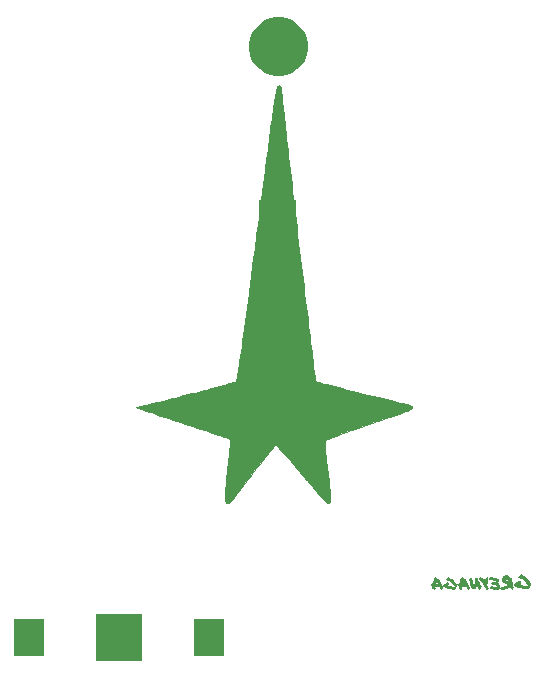
<source format=gbr>
G04 #@! TF.GenerationSoftware,KiCad,Pcbnew,5.1.4-e60b266~84~ubuntu18.04.1*
G04 #@! TF.CreationDate,2019-09-14T19:57:04-06:00*
G04 #@! TF.ProjectId,001,3030312e-6b69-4636-9164-5f7063625858,1*
G04 #@! TF.SameCoordinates,Original*
G04 #@! TF.FileFunction,Soldermask,Bot*
G04 #@! TF.FilePolarity,Negative*
%FSLAX46Y46*%
G04 Gerber Fmt 4.6, Leading zero omitted, Abs format (unit mm)*
G04 Created by KiCad (PCBNEW 5.1.4-e60b266~84~ubuntu18.04.1) date 2019-09-14 19:57:04*
%MOMM*%
%LPD*%
G04 APERTURE LIST*
%ADD10C,0.010000*%
%ADD11C,0.152400*%
G04 APERTURE END LIST*
D10*
G36*
X138195763Y-51806599D02*
G01*
X138197958Y-51808405D01*
X138218602Y-51830033D01*
X138235998Y-51860602D01*
X138251074Y-51905056D01*
X138264757Y-51968340D01*
X138277977Y-52055396D01*
X138291661Y-52171170D01*
X138306737Y-52320606D01*
X138319198Y-52454259D01*
X138332810Y-52597209D01*
X138350927Y-52777462D01*
X138373374Y-52993534D01*
X138399977Y-53243942D01*
X138430561Y-53527202D01*
X138464952Y-53841829D01*
X138502975Y-54186340D01*
X138544456Y-54559250D01*
X138589221Y-54959077D01*
X138637095Y-55384335D01*
X138687904Y-55833541D01*
X138741473Y-56305212D01*
X138797628Y-56797862D01*
X138856194Y-57310008D01*
X138916996Y-57840167D01*
X138979862Y-58386854D01*
X139044615Y-58948586D01*
X139111082Y-59523878D01*
X139179088Y-60111246D01*
X139248458Y-60709207D01*
X139319019Y-61316276D01*
X139390595Y-61930970D01*
X139463013Y-62551805D01*
X139536098Y-63177297D01*
X139609675Y-63805962D01*
X139683570Y-64436315D01*
X139757608Y-65066874D01*
X139831616Y-65696154D01*
X139905418Y-66322670D01*
X139978840Y-66944940D01*
X140051708Y-67561480D01*
X140123847Y-68170804D01*
X140195083Y-68771431D01*
X140265242Y-69361874D01*
X140334148Y-69940651D01*
X140401628Y-70506278D01*
X140467507Y-71057270D01*
X140531610Y-71592144D01*
X140593764Y-72109416D01*
X140653793Y-72607602D01*
X140711524Y-73085218D01*
X140766781Y-73540780D01*
X140819391Y-73972803D01*
X140869178Y-74379805D01*
X140915969Y-74760301D01*
X140959589Y-75112808D01*
X140999864Y-75435841D01*
X141036619Y-75727916D01*
X141069679Y-75987549D01*
X141098871Y-76213258D01*
X141124019Y-76403556D01*
X141144949Y-76556962D01*
X141161488Y-76671990D01*
X141173460Y-76747157D01*
X141177534Y-76768644D01*
X141187916Y-76798234D01*
X141210140Y-76821048D01*
X141252792Y-76842180D01*
X141324459Y-76866723D01*
X141362779Y-76878516D01*
X141501397Y-76919070D01*
X141679464Y-76968703D01*
X141895182Y-77026958D01*
X142146754Y-77093380D01*
X142432384Y-77167515D01*
X142750272Y-77248907D01*
X143098623Y-77337100D01*
X143475639Y-77431640D01*
X143879522Y-77532070D01*
X144308476Y-77637937D01*
X144760703Y-77748784D01*
X145234406Y-77864156D01*
X145673986Y-77970607D01*
X146087358Y-78070642D01*
X146483714Y-78166938D01*
X146861198Y-78259031D01*
X147217954Y-78346457D01*
X147552125Y-78428751D01*
X147861855Y-78505449D01*
X148145288Y-78576086D01*
X148400567Y-78640198D01*
X148625835Y-78697321D01*
X148819237Y-78746991D01*
X148978917Y-78788742D01*
X149103017Y-78822111D01*
X149189681Y-78846633D01*
X149237054Y-78861844D01*
X149237610Y-78862059D01*
X149324187Y-78902546D01*
X149375077Y-78945636D01*
X149396733Y-78997971D01*
X149398646Y-79027763D01*
X149396270Y-79061184D01*
X149387490Y-79090725D01*
X149368484Y-79118452D01*
X149335428Y-79146431D01*
X149284502Y-79176725D01*
X149211881Y-79211400D01*
X149113745Y-79252522D01*
X148986270Y-79302156D01*
X148825634Y-79362366D01*
X148679547Y-79416276D01*
X148478137Y-79489848D01*
X148258582Y-79569049D01*
X148018137Y-79654841D01*
X147754060Y-79748187D01*
X147463608Y-79850048D01*
X147144036Y-79961386D01*
X146792602Y-80083163D01*
X146406562Y-80216342D01*
X145983173Y-80361884D01*
X145970320Y-80366295D01*
X145480467Y-80534914D01*
X145019171Y-80694716D01*
X144587302Y-80845383D01*
X144185728Y-80986596D01*
X143815319Y-81118035D01*
X143476943Y-81239383D01*
X143171471Y-81350318D01*
X142899770Y-81450523D01*
X142662710Y-81539678D01*
X142461160Y-81617465D01*
X142295989Y-81683563D01*
X142168067Y-81737655D01*
X142078262Y-81779420D01*
X142027444Y-81808541D01*
X142017445Y-81817541D01*
X142004099Y-81858495D01*
X141995535Y-81937049D01*
X141991726Y-82048745D01*
X141992642Y-82189125D01*
X141998254Y-82353730D01*
X142008533Y-82538102D01*
X142023401Y-82737191D01*
X142034897Y-82871765D01*
X142046340Y-82998620D01*
X142058331Y-83123022D01*
X142071474Y-83250237D01*
X142086371Y-83385531D01*
X142103626Y-83534168D01*
X142123841Y-83701415D01*
X142147620Y-83892538D01*
X142175564Y-84112801D01*
X142208279Y-84367470D01*
X142224110Y-84490009D01*
X142271492Y-84859953D01*
X142312918Y-85191514D01*
X142348778Y-85488164D01*
X142379461Y-85753374D01*
X142405355Y-85990617D01*
X142426849Y-86203364D01*
X142444331Y-86395087D01*
X142458191Y-86569259D01*
X142460460Y-86600832D01*
X142469573Y-86735756D01*
X142474966Y-86835632D01*
X142476494Y-86907595D01*
X142474012Y-86958780D01*
X142467375Y-86996323D01*
X142456438Y-87027357D01*
X142451590Y-87037954D01*
X142418726Y-87089414D01*
X142373206Y-87115622D01*
X142332575Y-87124765D01*
X142267850Y-87128892D01*
X142215565Y-87120842D01*
X142208160Y-87117623D01*
X142165506Y-87085882D01*
X142097800Y-87023640D01*
X142006962Y-86933021D01*
X141894913Y-86816152D01*
X141763573Y-86675159D01*
X141614862Y-86512165D01*
X141450703Y-86329299D01*
X141273014Y-86128684D01*
X141083718Y-85912448D01*
X140884733Y-85682714D01*
X140677982Y-85441610D01*
X140465384Y-85191261D01*
X140433480Y-85153483D01*
X140215236Y-84894925D01*
X140021906Y-84666030D01*
X139851153Y-84464068D01*
X139700643Y-84286303D01*
X139568037Y-84130004D01*
X139451001Y-83992439D01*
X139347199Y-83870873D01*
X139254293Y-83762575D01*
X139169948Y-83664812D01*
X139091828Y-83574851D01*
X139017597Y-83489959D01*
X138944917Y-83407404D01*
X138871455Y-83324452D01*
X138830270Y-83278120D01*
X138712793Y-83147499D01*
X138589277Y-83012661D01*
X138463228Y-82877209D01*
X138338151Y-82744750D01*
X138217553Y-82618888D01*
X138104938Y-82503229D01*
X138003812Y-82401377D01*
X137917683Y-82316938D01*
X137850054Y-82253516D01*
X137804432Y-82214718D01*
X137785548Y-82203792D01*
X137765530Y-82219833D01*
X137724019Y-82264504D01*
X137665267Y-82332828D01*
X137593524Y-82419829D01*
X137513043Y-82520531D01*
X137491505Y-82547967D01*
X137408228Y-82653782D01*
X137331771Y-82749695D01*
X137266671Y-82830113D01*
X137217467Y-82889441D01*
X137188695Y-82922084D01*
X137185656Y-82925041D01*
X137169101Y-82944801D01*
X137128637Y-82995276D01*
X137066364Y-83073779D01*
X136984381Y-83177623D01*
X136884789Y-83304123D01*
X136769687Y-83450591D01*
X136641175Y-83614342D01*
X136501353Y-83792688D01*
X136352320Y-83982943D01*
X136196177Y-84182421D01*
X136035024Y-84388434D01*
X135870960Y-84598297D01*
X135706084Y-84809323D01*
X135542498Y-85018825D01*
X135382300Y-85224117D01*
X135227591Y-85422512D01*
X135080471Y-85611324D01*
X134943038Y-85787866D01*
X134817394Y-85949452D01*
X134705637Y-86093395D01*
X134609869Y-86217008D01*
X134532187Y-86317605D01*
X134474693Y-86392500D01*
X134448666Y-86426759D01*
X134308466Y-86611750D01*
X134191437Y-86763931D01*
X134096225Y-86884997D01*
X134021473Y-86976641D01*
X133965827Y-87040558D01*
X133927931Y-87078443D01*
X133926187Y-87079929D01*
X133844350Y-87125591D01*
X133758559Y-87133017D01*
X133677998Y-87101740D01*
X133666290Y-87093178D01*
X133617865Y-87038769D01*
X133581505Y-86959337D01*
X133556725Y-86851687D01*
X133543042Y-86712627D01*
X133539975Y-86538962D01*
X133547040Y-86327499D01*
X133547948Y-86310342D01*
X133559285Y-86119980D01*
X133573529Y-85916060D01*
X133590989Y-85695385D01*
X133611974Y-85454763D01*
X133636795Y-85190996D01*
X133665759Y-84900891D01*
X133699177Y-84581252D01*
X133737357Y-84228884D01*
X133780609Y-83840593D01*
X133823480Y-83463426D01*
X133860176Y-83133363D01*
X133889937Y-82844194D01*
X133912838Y-82595061D01*
X133928957Y-82385109D01*
X133938369Y-82213482D01*
X133940111Y-82161676D01*
X133943332Y-82011831D01*
X133942926Y-81898136D01*
X133937459Y-81814463D01*
X133925495Y-81754686D01*
X133905599Y-81712677D01*
X133876334Y-81682309D01*
X133836267Y-81657455D01*
X133820066Y-81649240D01*
X133792054Y-81638619D01*
X133726234Y-81615474D01*
X133624978Y-81580596D01*
X133490662Y-81534779D01*
X133325660Y-81478816D01*
X133132347Y-81413501D01*
X132913096Y-81339625D01*
X132670283Y-81257983D01*
X132406281Y-81169368D01*
X132123466Y-81074571D01*
X131824212Y-80974387D01*
X131510893Y-80869608D01*
X131185883Y-80761028D01*
X130851558Y-80649439D01*
X130510291Y-80535634D01*
X130164457Y-80420407D01*
X129816431Y-80304551D01*
X129468587Y-80188859D01*
X129123299Y-80074123D01*
X128782942Y-79961136D01*
X128449890Y-79850693D01*
X128126518Y-79743585D01*
X127815200Y-79640607D01*
X127518311Y-79542550D01*
X127238225Y-79450208D01*
X127079332Y-79397910D01*
X126875944Y-79330785D01*
X126685821Y-79267593D01*
X126512548Y-79209554D01*
X126359709Y-79157892D01*
X126230888Y-79113829D01*
X126129669Y-79078586D01*
X126059637Y-79053386D01*
X126024375Y-79039451D01*
X126020999Y-79037053D01*
X126043717Y-79031275D01*
X126105075Y-79015804D01*
X126202649Y-78991250D01*
X126334017Y-78958220D01*
X126496758Y-78917324D01*
X126688449Y-78869170D01*
X126906668Y-78814365D01*
X127148992Y-78753518D01*
X127413000Y-78687238D01*
X127696269Y-78616133D01*
X127996378Y-78540810D01*
X128310903Y-78461879D01*
X128637422Y-78379948D01*
X128740653Y-78354047D01*
X129208706Y-78236564D01*
X129638204Y-78128645D01*
X130031673Y-78029632D01*
X130391638Y-77938872D01*
X130720625Y-77855707D01*
X131021160Y-77779483D01*
X131295770Y-77709543D01*
X131546980Y-77645232D01*
X131777316Y-77585895D01*
X131989304Y-77530875D01*
X132185471Y-77479517D01*
X132368341Y-77431166D01*
X132540442Y-77385165D01*
X132704298Y-77340860D01*
X132862436Y-77297593D01*
X133017383Y-77254711D01*
X133171663Y-77211556D01*
X133327803Y-77167474D01*
X133488329Y-77121808D01*
X133492570Y-77120598D01*
X133715671Y-77056127D01*
X133916580Y-76996473D01*
X134092337Y-76942589D01*
X134239981Y-76895429D01*
X134356551Y-76855946D01*
X134439087Y-76825092D01*
X134484629Y-76803822D01*
X134490983Y-76799119D01*
X134502435Y-76769553D01*
X134519038Y-76698808D01*
X134540675Y-76587707D01*
X134567232Y-76437076D01*
X134598594Y-76247740D01*
X134634644Y-76020523D01*
X134675270Y-75756250D01*
X134720354Y-75455747D01*
X134769782Y-75119837D01*
X134823439Y-74749347D01*
X134881210Y-74345099D01*
X134942980Y-73907921D01*
X135008632Y-73438635D01*
X135078053Y-72938068D01*
X135151127Y-72407043D01*
X135227739Y-71846386D01*
X135307774Y-71256921D01*
X135391117Y-70639474D01*
X135477651Y-69994869D01*
X135567264Y-69323931D01*
X135659838Y-68627484D01*
X135755260Y-67906354D01*
X135853413Y-67161366D01*
X135954184Y-66393344D01*
X136057455Y-65603113D01*
X136106294Y-65228342D01*
X136156537Y-64842493D01*
X136210306Y-64429632D01*
X136266758Y-63996235D01*
X136325048Y-63548779D01*
X136384334Y-63093742D01*
X136443769Y-62637601D01*
X136502512Y-62186833D01*
X136559716Y-61747915D01*
X136614540Y-61327324D01*
X136666138Y-60931537D01*
X136713666Y-60567032D01*
X136742046Y-60349426D01*
X136783418Y-60032068D01*
X136824322Y-59718007D01*
X136864291Y-59410839D01*
X136902860Y-59114157D01*
X136939562Y-58831558D01*
X136973931Y-58566637D01*
X137005500Y-58322988D01*
X137033804Y-58104208D01*
X137058376Y-57913892D01*
X137078751Y-57755634D01*
X137094461Y-57633030D01*
X137102982Y-57566009D01*
X137147530Y-57216256D01*
X137194323Y-56853991D01*
X137242848Y-56482919D01*
X137292593Y-56106746D01*
X137343047Y-55729175D01*
X137393697Y-55353911D01*
X137444031Y-54984658D01*
X137493538Y-54625122D01*
X137541705Y-54279007D01*
X137588020Y-53950017D01*
X137631972Y-53641857D01*
X137673048Y-53358231D01*
X137710736Y-53102845D01*
X137744525Y-52879403D01*
X137773902Y-52691609D01*
X137791915Y-52581259D01*
X137826143Y-52379810D01*
X137855654Y-52216160D01*
X137881899Y-52086224D01*
X137906326Y-51985920D01*
X137930384Y-51911162D01*
X137955523Y-51857869D01*
X137983192Y-51821955D01*
X138014840Y-51799338D01*
X138051916Y-51785933D01*
X138075956Y-51780863D01*
X138142697Y-51779325D01*
X138195763Y-51806599D01*
X138195763Y-51806599D01*
G37*
X138195763Y-51806599D02*
X138197958Y-51808405D01*
X138218602Y-51830033D01*
X138235998Y-51860602D01*
X138251074Y-51905056D01*
X138264757Y-51968340D01*
X138277977Y-52055396D01*
X138291661Y-52171170D01*
X138306737Y-52320606D01*
X138319198Y-52454259D01*
X138332810Y-52597209D01*
X138350927Y-52777462D01*
X138373374Y-52993534D01*
X138399977Y-53243942D01*
X138430561Y-53527202D01*
X138464952Y-53841829D01*
X138502975Y-54186340D01*
X138544456Y-54559250D01*
X138589221Y-54959077D01*
X138637095Y-55384335D01*
X138687904Y-55833541D01*
X138741473Y-56305212D01*
X138797628Y-56797862D01*
X138856194Y-57310008D01*
X138916996Y-57840167D01*
X138979862Y-58386854D01*
X139044615Y-58948586D01*
X139111082Y-59523878D01*
X139179088Y-60111246D01*
X139248458Y-60709207D01*
X139319019Y-61316276D01*
X139390595Y-61930970D01*
X139463013Y-62551805D01*
X139536098Y-63177297D01*
X139609675Y-63805962D01*
X139683570Y-64436315D01*
X139757608Y-65066874D01*
X139831616Y-65696154D01*
X139905418Y-66322670D01*
X139978840Y-66944940D01*
X140051708Y-67561480D01*
X140123847Y-68170804D01*
X140195083Y-68771431D01*
X140265242Y-69361874D01*
X140334148Y-69940651D01*
X140401628Y-70506278D01*
X140467507Y-71057270D01*
X140531610Y-71592144D01*
X140593764Y-72109416D01*
X140653793Y-72607602D01*
X140711524Y-73085218D01*
X140766781Y-73540780D01*
X140819391Y-73972803D01*
X140869178Y-74379805D01*
X140915969Y-74760301D01*
X140959589Y-75112808D01*
X140999864Y-75435841D01*
X141036619Y-75727916D01*
X141069679Y-75987549D01*
X141098871Y-76213258D01*
X141124019Y-76403556D01*
X141144949Y-76556962D01*
X141161488Y-76671990D01*
X141173460Y-76747157D01*
X141177534Y-76768644D01*
X141187916Y-76798234D01*
X141210140Y-76821048D01*
X141252792Y-76842180D01*
X141324459Y-76866723D01*
X141362779Y-76878516D01*
X141501397Y-76919070D01*
X141679464Y-76968703D01*
X141895182Y-77026958D01*
X142146754Y-77093380D01*
X142432384Y-77167515D01*
X142750272Y-77248907D01*
X143098623Y-77337100D01*
X143475639Y-77431640D01*
X143879522Y-77532070D01*
X144308476Y-77637937D01*
X144760703Y-77748784D01*
X145234406Y-77864156D01*
X145673986Y-77970607D01*
X146087358Y-78070642D01*
X146483714Y-78166938D01*
X146861198Y-78259031D01*
X147217954Y-78346457D01*
X147552125Y-78428751D01*
X147861855Y-78505449D01*
X148145288Y-78576086D01*
X148400567Y-78640198D01*
X148625835Y-78697321D01*
X148819237Y-78746991D01*
X148978917Y-78788742D01*
X149103017Y-78822111D01*
X149189681Y-78846633D01*
X149237054Y-78861844D01*
X149237610Y-78862059D01*
X149324187Y-78902546D01*
X149375077Y-78945636D01*
X149396733Y-78997971D01*
X149398646Y-79027763D01*
X149396270Y-79061184D01*
X149387490Y-79090725D01*
X149368484Y-79118452D01*
X149335428Y-79146431D01*
X149284502Y-79176725D01*
X149211881Y-79211400D01*
X149113745Y-79252522D01*
X148986270Y-79302156D01*
X148825634Y-79362366D01*
X148679547Y-79416276D01*
X148478137Y-79489848D01*
X148258582Y-79569049D01*
X148018137Y-79654841D01*
X147754060Y-79748187D01*
X147463608Y-79850048D01*
X147144036Y-79961386D01*
X146792602Y-80083163D01*
X146406562Y-80216342D01*
X145983173Y-80361884D01*
X145970320Y-80366295D01*
X145480467Y-80534914D01*
X145019171Y-80694716D01*
X144587302Y-80845383D01*
X144185728Y-80986596D01*
X143815319Y-81118035D01*
X143476943Y-81239383D01*
X143171471Y-81350318D01*
X142899770Y-81450523D01*
X142662710Y-81539678D01*
X142461160Y-81617465D01*
X142295989Y-81683563D01*
X142168067Y-81737655D01*
X142078262Y-81779420D01*
X142027444Y-81808541D01*
X142017445Y-81817541D01*
X142004099Y-81858495D01*
X141995535Y-81937049D01*
X141991726Y-82048745D01*
X141992642Y-82189125D01*
X141998254Y-82353730D01*
X142008533Y-82538102D01*
X142023401Y-82737191D01*
X142034897Y-82871765D01*
X142046340Y-82998620D01*
X142058331Y-83123022D01*
X142071474Y-83250237D01*
X142086371Y-83385531D01*
X142103626Y-83534168D01*
X142123841Y-83701415D01*
X142147620Y-83892538D01*
X142175564Y-84112801D01*
X142208279Y-84367470D01*
X142224110Y-84490009D01*
X142271492Y-84859953D01*
X142312918Y-85191514D01*
X142348778Y-85488164D01*
X142379461Y-85753374D01*
X142405355Y-85990617D01*
X142426849Y-86203364D01*
X142444331Y-86395087D01*
X142458191Y-86569259D01*
X142460460Y-86600832D01*
X142469573Y-86735756D01*
X142474966Y-86835632D01*
X142476494Y-86907595D01*
X142474012Y-86958780D01*
X142467375Y-86996323D01*
X142456438Y-87027357D01*
X142451590Y-87037954D01*
X142418726Y-87089414D01*
X142373206Y-87115622D01*
X142332575Y-87124765D01*
X142267850Y-87128892D01*
X142215565Y-87120842D01*
X142208160Y-87117623D01*
X142165506Y-87085882D01*
X142097800Y-87023640D01*
X142006962Y-86933021D01*
X141894913Y-86816152D01*
X141763573Y-86675159D01*
X141614862Y-86512165D01*
X141450703Y-86329299D01*
X141273014Y-86128684D01*
X141083718Y-85912448D01*
X140884733Y-85682714D01*
X140677982Y-85441610D01*
X140465384Y-85191261D01*
X140433480Y-85153483D01*
X140215236Y-84894925D01*
X140021906Y-84666030D01*
X139851153Y-84464068D01*
X139700643Y-84286303D01*
X139568037Y-84130004D01*
X139451001Y-83992439D01*
X139347199Y-83870873D01*
X139254293Y-83762575D01*
X139169948Y-83664812D01*
X139091828Y-83574851D01*
X139017597Y-83489959D01*
X138944917Y-83407404D01*
X138871455Y-83324452D01*
X138830270Y-83278120D01*
X138712793Y-83147499D01*
X138589277Y-83012661D01*
X138463228Y-82877209D01*
X138338151Y-82744750D01*
X138217553Y-82618888D01*
X138104938Y-82503229D01*
X138003812Y-82401377D01*
X137917683Y-82316938D01*
X137850054Y-82253516D01*
X137804432Y-82214718D01*
X137785548Y-82203792D01*
X137765530Y-82219833D01*
X137724019Y-82264504D01*
X137665267Y-82332828D01*
X137593524Y-82419829D01*
X137513043Y-82520531D01*
X137491505Y-82547967D01*
X137408228Y-82653782D01*
X137331771Y-82749695D01*
X137266671Y-82830113D01*
X137217467Y-82889441D01*
X137188695Y-82922084D01*
X137185656Y-82925041D01*
X137169101Y-82944801D01*
X137128637Y-82995276D01*
X137066364Y-83073779D01*
X136984381Y-83177623D01*
X136884789Y-83304123D01*
X136769687Y-83450591D01*
X136641175Y-83614342D01*
X136501353Y-83792688D01*
X136352320Y-83982943D01*
X136196177Y-84182421D01*
X136035024Y-84388434D01*
X135870960Y-84598297D01*
X135706084Y-84809323D01*
X135542498Y-85018825D01*
X135382300Y-85224117D01*
X135227591Y-85422512D01*
X135080471Y-85611324D01*
X134943038Y-85787866D01*
X134817394Y-85949452D01*
X134705637Y-86093395D01*
X134609869Y-86217008D01*
X134532187Y-86317605D01*
X134474693Y-86392500D01*
X134448666Y-86426759D01*
X134308466Y-86611750D01*
X134191437Y-86763931D01*
X134096225Y-86884997D01*
X134021473Y-86976641D01*
X133965827Y-87040558D01*
X133927931Y-87078443D01*
X133926187Y-87079929D01*
X133844350Y-87125591D01*
X133758559Y-87133017D01*
X133677998Y-87101740D01*
X133666290Y-87093178D01*
X133617865Y-87038769D01*
X133581505Y-86959337D01*
X133556725Y-86851687D01*
X133543042Y-86712627D01*
X133539975Y-86538962D01*
X133547040Y-86327499D01*
X133547948Y-86310342D01*
X133559285Y-86119980D01*
X133573529Y-85916060D01*
X133590989Y-85695385D01*
X133611974Y-85454763D01*
X133636795Y-85190996D01*
X133665759Y-84900891D01*
X133699177Y-84581252D01*
X133737357Y-84228884D01*
X133780609Y-83840593D01*
X133823480Y-83463426D01*
X133860176Y-83133363D01*
X133889937Y-82844194D01*
X133912838Y-82595061D01*
X133928957Y-82385109D01*
X133938369Y-82213482D01*
X133940111Y-82161676D01*
X133943332Y-82011831D01*
X133942926Y-81898136D01*
X133937459Y-81814463D01*
X133925495Y-81754686D01*
X133905599Y-81712677D01*
X133876334Y-81682309D01*
X133836267Y-81657455D01*
X133820066Y-81649240D01*
X133792054Y-81638619D01*
X133726234Y-81615474D01*
X133624978Y-81580596D01*
X133490662Y-81534779D01*
X133325660Y-81478816D01*
X133132347Y-81413501D01*
X132913096Y-81339625D01*
X132670283Y-81257983D01*
X132406281Y-81169368D01*
X132123466Y-81074571D01*
X131824212Y-80974387D01*
X131510893Y-80869608D01*
X131185883Y-80761028D01*
X130851558Y-80649439D01*
X130510291Y-80535634D01*
X130164457Y-80420407D01*
X129816431Y-80304551D01*
X129468587Y-80188859D01*
X129123299Y-80074123D01*
X128782942Y-79961136D01*
X128449890Y-79850693D01*
X128126518Y-79743585D01*
X127815200Y-79640607D01*
X127518311Y-79542550D01*
X127238225Y-79450208D01*
X127079332Y-79397910D01*
X126875944Y-79330785D01*
X126685821Y-79267593D01*
X126512548Y-79209554D01*
X126359709Y-79157892D01*
X126230888Y-79113829D01*
X126129669Y-79078586D01*
X126059637Y-79053386D01*
X126024375Y-79039451D01*
X126020999Y-79037053D01*
X126043717Y-79031275D01*
X126105075Y-79015804D01*
X126202649Y-78991250D01*
X126334017Y-78958220D01*
X126496758Y-78917324D01*
X126688449Y-78869170D01*
X126906668Y-78814365D01*
X127148992Y-78753518D01*
X127413000Y-78687238D01*
X127696269Y-78616133D01*
X127996378Y-78540810D01*
X128310903Y-78461879D01*
X128637422Y-78379948D01*
X128740653Y-78354047D01*
X129208706Y-78236564D01*
X129638204Y-78128645D01*
X130031673Y-78029632D01*
X130391638Y-77938872D01*
X130720625Y-77855707D01*
X131021160Y-77779483D01*
X131295770Y-77709543D01*
X131546980Y-77645232D01*
X131777316Y-77585895D01*
X131989304Y-77530875D01*
X132185471Y-77479517D01*
X132368341Y-77431166D01*
X132540442Y-77385165D01*
X132704298Y-77340860D01*
X132862436Y-77297593D01*
X133017383Y-77254711D01*
X133171663Y-77211556D01*
X133327803Y-77167474D01*
X133488329Y-77121808D01*
X133492570Y-77120598D01*
X133715671Y-77056127D01*
X133916580Y-76996473D01*
X134092337Y-76942589D01*
X134239981Y-76895429D01*
X134356551Y-76855946D01*
X134439087Y-76825092D01*
X134484629Y-76803822D01*
X134490983Y-76799119D01*
X134502435Y-76769553D01*
X134519038Y-76698808D01*
X134540675Y-76587707D01*
X134567232Y-76437076D01*
X134598594Y-76247740D01*
X134634644Y-76020523D01*
X134675270Y-75756250D01*
X134720354Y-75455747D01*
X134769782Y-75119837D01*
X134823439Y-74749347D01*
X134881210Y-74345099D01*
X134942980Y-73907921D01*
X135008632Y-73438635D01*
X135078053Y-72938068D01*
X135151127Y-72407043D01*
X135227739Y-71846386D01*
X135307774Y-71256921D01*
X135391117Y-70639474D01*
X135477651Y-69994869D01*
X135567264Y-69323931D01*
X135659838Y-68627484D01*
X135755260Y-67906354D01*
X135853413Y-67161366D01*
X135954184Y-66393344D01*
X136057455Y-65603113D01*
X136106294Y-65228342D01*
X136156537Y-64842493D01*
X136210306Y-64429632D01*
X136266758Y-63996235D01*
X136325048Y-63548779D01*
X136384334Y-63093742D01*
X136443769Y-62637601D01*
X136502512Y-62186833D01*
X136559716Y-61747915D01*
X136614540Y-61327324D01*
X136666138Y-60931537D01*
X136713666Y-60567032D01*
X136742046Y-60349426D01*
X136783418Y-60032068D01*
X136824322Y-59718007D01*
X136864291Y-59410839D01*
X136902860Y-59114157D01*
X136939562Y-58831558D01*
X136973931Y-58566637D01*
X137005500Y-58322988D01*
X137033804Y-58104208D01*
X137058376Y-57913892D01*
X137078751Y-57755634D01*
X137094461Y-57633030D01*
X137102982Y-57566009D01*
X137147530Y-57216256D01*
X137194323Y-56853991D01*
X137242848Y-56482919D01*
X137292593Y-56106746D01*
X137343047Y-55729175D01*
X137393697Y-55353911D01*
X137444031Y-54984658D01*
X137493538Y-54625122D01*
X137541705Y-54279007D01*
X137588020Y-53950017D01*
X137631972Y-53641857D01*
X137673048Y-53358231D01*
X137710736Y-53102845D01*
X137744525Y-52879403D01*
X137773902Y-52691609D01*
X137791915Y-52581259D01*
X137826143Y-52379810D01*
X137855654Y-52216160D01*
X137881899Y-52086224D01*
X137906326Y-51985920D01*
X137930384Y-51911162D01*
X137955523Y-51857869D01*
X137983192Y-51821955D01*
X138014840Y-51799338D01*
X138051916Y-51785933D01*
X138075956Y-51780863D01*
X138142697Y-51779325D01*
X138195763Y-51806599D01*
D11*
G36*
X151068023Y-94305496D02*
G01*
X151562239Y-94000681D01*
X151469219Y-93993781D01*
X151374479Y-93978280D01*
X151400319Y-93871483D01*
X151429599Y-93759516D01*
X151439939Y-93776746D01*
X151507119Y-93857707D01*
X151560519Y-93942117D01*
X151581189Y-93973127D01*
X151600139Y-94004137D01*
X151581189Y-94002437D01*
X151562239Y-94000737D01*
X151562239Y-94000681D01*
X151068023Y-94305496D01*
X151099033Y-94365786D01*
X151145543Y-94419186D01*
X151204113Y-94457086D01*
X151273013Y-94474316D01*
X151304023Y-94462256D01*
X151319523Y-94451926D01*
X151329863Y-94446726D01*
X151336763Y-94441526D01*
X151357433Y-94432926D01*
X151350533Y-94410536D01*
X151352233Y-94389866D01*
X151372903Y-94367476D01*
X151383243Y-94357135D01*
X151391843Y-94346806D01*
X151421123Y-94314076D01*
X151374613Y-94302016D01*
X151317763Y-94271006D01*
X151305703Y-94207266D01*
X151364273Y-94205566D01*
X151410783Y-94217626D01*
X151474513Y-94233126D01*
X151543413Y-94238326D01*
X151569253Y-94238326D01*
X151595093Y-94234926D01*
X151612313Y-94231526D01*
X151619213Y-94210856D01*
X151626113Y-94203956D01*
X151645063Y-94181566D01*
X151648463Y-94143666D01*
X151658793Y-94112655D01*
X151674293Y-94155716D01*
X151681193Y-94172946D01*
X151698423Y-94176346D01*
X151703623Y-94184946D01*
X151705323Y-94193546D01*
X151713923Y-94222826D01*
X151720823Y-94229726D01*
X151727723Y-94234926D01*
X151736323Y-94265936D01*
X151746663Y-94295216D01*
X151762163Y-94340006D01*
X151765563Y-94381346D01*
X151772463Y-94400296D01*
X151791413Y-94417526D01*
X151812083Y-94427856D01*
X151822423Y-94434756D01*
X151831023Y-94438156D01*
X151836223Y-94457106D01*
X151856893Y-94460506D01*
X151884453Y-94465706D01*
X151901683Y-94467406D01*
X151918913Y-94465706D01*
X151948193Y-94441586D01*
X151972313Y-94422636D01*
X151989533Y-94391626D01*
X151992933Y-94372675D01*
X151996333Y-94355446D01*
X152001533Y-94345116D01*
X152023923Y-94324446D01*
X152004973Y-94308946D01*
X152003273Y-94279666D01*
X151930923Y-94110857D01*
X151849963Y-93945492D01*
X151824123Y-93890372D01*
X151796563Y-93835251D01*
X151798263Y-93823191D01*
X151794863Y-93807691D01*
X151763853Y-93756011D01*
X151739733Y-93707781D01*
X151712173Y-93650941D01*
X151674273Y-93594102D01*
X151646713Y-93582041D01*
X151634653Y-93578641D01*
X151619153Y-93575241D01*
X151593313Y-93578641D01*
X151508913Y-93516631D01*
X151434843Y-93418441D01*
X151417613Y-93394331D01*
X151395223Y-93408111D01*
X151371103Y-93418441D01*
X151338373Y-93427041D01*
X151279803Y-93442541D01*
X151235013Y-93468381D01*
X151222953Y-93509721D01*
X151217753Y-93537281D01*
X151209153Y-93595851D01*
X151202253Y-93661311D01*
X151188473Y-93719881D01*
X151176413Y-93776721D01*
X151159183Y-93857682D01*
X151136793Y-93930032D01*
X151119563Y-93931732D01*
X151102343Y-93926532D01*
X151079953Y-93923132D01*
X151061003Y-93921432D01*
X151054103Y-93938662D01*
X151036873Y-93955892D01*
X151004143Y-93966232D01*
X150985193Y-93981732D01*
X150971413Y-93992072D01*
X150945573Y-94002402D01*
X150959353Y-94028242D01*
X151009303Y-94088532D01*
X151079923Y-94135042D01*
X151078223Y-94155712D01*
X151073023Y-94174662D01*
X151064423Y-94234952D01*
X151064423Y-94298682D01*
X151068023Y-94305496D01*
X151068023Y-94305496D01*
G37*
G36*
X151996324Y-94151824D02*
G01*
X152104845Y-94267235D01*
X152252984Y-94334415D01*
X152423516Y-94380925D01*
X152594049Y-94434325D01*
X152637109Y-94436025D01*
X152671559Y-94441225D01*
X152702569Y-94446425D01*
X152737019Y-94449825D01*
X152745619Y-94453225D01*
X152750819Y-94460125D01*
X152804219Y-94465325D01*
X152842119Y-94465325D01*
X152885179Y-94470525D01*
X152923079Y-94475725D01*
X153126340Y-94384425D01*
X153207300Y-94146713D01*
X153210700Y-94136383D01*
X153217600Y-94131183D01*
X153214200Y-94101903D01*
X153212500Y-94070893D01*
X153110870Y-93895193D01*
X152974789Y-93750498D01*
X152954119Y-93729828D01*
X152938619Y-93709158D01*
X152919669Y-93691928D01*
X152893829Y-93679868D01*
X152807699Y-93604078D01*
X152702624Y-93538618D01*
X152594104Y-93474888D01*
X152494194Y-93402538D01*
X152466634Y-93407738D01*
X152447684Y-93407738D01*
X152414954Y-93443908D01*
X152371894Y-93466298D01*
X152330554Y-93492138D01*
X152301274Y-93533478D01*
X152311614Y-93542078D01*
X152306414Y-93557578D01*
X152304714Y-93573078D01*
X152316774Y-93579978D01*
X152306444Y-93590318D01*
X152296104Y-93598918D01*
X152301304Y-93612698D01*
X152301304Y-93629928D01*
X152378824Y-93672988D01*
X152466674Y-93717778D01*
X152561414Y-93767728D01*
X152656154Y-93828018D01*
X152750894Y-93905539D01*
X152843914Y-93993389D01*
X152928324Y-94089849D01*
X152995504Y-94186309D01*
X152988604Y-94200089D01*
X152980004Y-94212149D01*
X152878374Y-94212149D01*
X152781914Y-94217349D01*
X152775014Y-94207009D01*
X152766414Y-94196669D01*
X152583824Y-94165659D01*
X152411569Y-94119149D01*
X152437409Y-94110549D01*
X152458079Y-94101949D01*
X152458079Y-94088169D01*
X152440849Y-94074389D01*
X152480469Y-94039939D01*
X152497699Y-93984819D01*
X152487369Y-93964149D01*
X152497699Y-93945199D01*
X152506299Y-93945199D01*
X152509699Y-93950399D01*
X152511399Y-93957299D01*
X152519999Y-93955599D01*
X152513099Y-93929759D01*
X152502759Y-93905649D01*
X152383904Y-93826408D01*
X152337394Y-93857419D01*
X152280554Y-93890149D01*
X152218544Y-93922879D01*
X152158254Y-93953889D01*
X152115194Y-93981449D01*
X152079024Y-94017619D01*
X152044574Y-94052069D01*
X152001514Y-94081349D01*
X151999814Y-94117519D01*
X151996414Y-94151969D01*
X151996324Y-94151824D01*
X151996324Y-94151824D01*
G37*
G36*
X153333022Y-94317189D02*
G01*
X153830838Y-94019188D01*
X153737818Y-94012288D01*
X153643078Y-93996788D01*
X153668918Y-93889990D01*
X153698198Y-93778023D01*
X153708528Y-93795253D01*
X153775708Y-93876214D01*
X153829108Y-93960624D01*
X153849778Y-93991634D01*
X153868728Y-94022644D01*
X153849778Y-94020944D01*
X153830828Y-94019244D01*
X153830838Y-94019188D01*
X153333022Y-94317189D01*
X153364032Y-94377479D01*
X153410542Y-94430879D01*
X153469112Y-94468779D01*
X153538012Y-94486009D01*
X153569022Y-94473949D01*
X153584522Y-94463619D01*
X153594862Y-94458419D01*
X153601762Y-94453219D01*
X153622432Y-94444619D01*
X153615532Y-94422229D01*
X153617232Y-94401559D01*
X153637902Y-94379169D01*
X153648242Y-94368829D01*
X153656842Y-94358498D01*
X153686122Y-94325769D01*
X153639612Y-94313709D01*
X153582762Y-94282699D01*
X153570702Y-94218959D01*
X153629272Y-94217259D01*
X153675782Y-94229319D01*
X153739512Y-94244819D01*
X153808412Y-94250019D01*
X153834252Y-94250019D01*
X153860092Y-94246619D01*
X153877312Y-94243219D01*
X153884212Y-94222549D01*
X153891112Y-94215649D01*
X153910062Y-94193259D01*
X153913462Y-94155359D01*
X153923792Y-94124349D01*
X153939292Y-94167409D01*
X153946192Y-94184639D01*
X153963422Y-94188039D01*
X153968622Y-94196639D01*
X153970322Y-94205239D01*
X153978922Y-94234519D01*
X153985822Y-94241419D01*
X153992722Y-94246619D01*
X154001322Y-94277629D01*
X154011662Y-94306909D01*
X154027162Y-94351699D01*
X154030562Y-94393039D01*
X154037462Y-94411989D01*
X154056412Y-94429219D01*
X154077082Y-94439549D01*
X154087422Y-94446449D01*
X154096022Y-94449849D01*
X154101222Y-94468799D01*
X154121892Y-94472199D01*
X154149452Y-94477399D01*
X154166682Y-94479099D01*
X154183912Y-94477399D01*
X154213192Y-94453279D01*
X154237312Y-94434329D01*
X154254532Y-94403319D01*
X154257932Y-94384369D01*
X154261332Y-94367139D01*
X154266532Y-94356809D01*
X154288922Y-94336139D01*
X154269972Y-94320639D01*
X154268272Y-94291359D01*
X154195922Y-94122550D01*
X154114962Y-93957185D01*
X154089122Y-93902065D01*
X154061562Y-93846944D01*
X154063262Y-93834884D01*
X154059862Y-93819384D01*
X154028852Y-93767704D01*
X154004732Y-93719474D01*
X153977172Y-93662634D01*
X153939272Y-93605794D01*
X153911712Y-93593735D01*
X153899652Y-93590334D01*
X153884152Y-93586934D01*
X153858312Y-93590334D01*
X153773912Y-93528324D01*
X153699842Y-93430134D01*
X153682612Y-93406024D01*
X153660222Y-93419804D01*
X153636102Y-93430134D01*
X153603372Y-93438734D01*
X153544802Y-93454234D01*
X153500012Y-93480074D01*
X153487952Y-93521414D01*
X153482752Y-93548974D01*
X153474152Y-93607544D01*
X153467252Y-93673004D01*
X153453472Y-93731574D01*
X153441412Y-93788414D01*
X153424192Y-93869375D01*
X153401802Y-93941725D01*
X153384572Y-93943425D01*
X153367352Y-93938225D01*
X153344962Y-93934825D01*
X153326012Y-93933125D01*
X153319112Y-93950355D01*
X153301882Y-93967585D01*
X153269152Y-93977925D01*
X153250202Y-93993425D01*
X153236422Y-94003765D01*
X153210582Y-94014095D01*
X153224362Y-94039935D01*
X153274312Y-94100225D01*
X153344932Y-94146735D01*
X153343232Y-94167405D01*
X153338032Y-94186355D01*
X153329432Y-94246645D01*
X153329432Y-94310375D01*
X153333022Y-94317189D01*
X153333022Y-94317189D01*
G37*
G36*
X154886760Y-94148379D02*
G01*
X154909150Y-94167329D01*
X154922930Y-94196609D01*
X154934990Y-94225889D01*
X154952220Y-94237949D01*
X154962550Y-94262069D01*
X154976330Y-94284459D01*
X154986660Y-94308579D01*
X154983260Y-94337859D01*
X155000480Y-94367139D01*
X155009080Y-94403309D01*
X155022860Y-94432589D01*
X155060760Y-94442929D01*
X155062460Y-94451529D01*
X155057260Y-94463589D01*
X155086540Y-94465289D01*
X155108930Y-94473889D01*
X155164050Y-94437719D01*
X155201950Y-94380879D01*
X155231230Y-94315419D01*
X155255350Y-94258579D01*
X155253650Y-94222409D01*
X155265710Y-94191399D01*
X155244370Y-94146239D01*
X155222540Y-94100319D01*
X155200230Y-94053649D01*
X155177430Y-94006229D01*
X155154150Y-93958049D01*
X155130380Y-93909119D01*
X155106130Y-93859429D01*
X155081390Y-93808988D01*
X155056570Y-93758248D01*
X155032080Y-93707678D01*
X155007910Y-93657268D01*
X154984060Y-93607018D01*
X154960540Y-93556928D01*
X154937340Y-93506998D01*
X154914460Y-93457228D01*
X154891910Y-93407628D01*
X154814400Y-93443798D01*
X154743780Y-93488588D01*
X154688660Y-93548878D01*
X154659380Y-93622948D01*
X154667980Y-93631548D01*
X154674880Y-93633248D01*
X154667980Y-93645308D01*
X154667980Y-93652208D01*
X154667980Y-93662548D01*
X154662780Y-93678048D01*
X154673110Y-93679748D01*
X154683450Y-93679748D01*
X154680050Y-93710758D01*
X154686950Y-93733148D01*
X154695550Y-93753818D01*
X154693850Y-93781378D01*
X154702450Y-93784778D01*
X154705850Y-93789979D01*
X154711050Y-93795178D01*
X154717950Y-93795178D01*
X154714550Y-93870969D01*
X154717950Y-93948479D01*
X154716250Y-94029439D01*
X154704190Y-94115569D01*
X154606010Y-94022549D01*
X154545720Y-93895080D01*
X154509550Y-93743495D01*
X154483710Y-93578130D01*
X154459590Y-93540230D01*
X154444090Y-93493720D01*
X154430310Y-93443770D01*
X154413080Y-93397260D01*
X154370020Y-93414490D01*
X154335570Y-93442050D01*
X154302840Y-93469610D01*
X154259780Y-93485110D01*
X154221880Y-93541950D01*
X154199490Y-93600520D01*
X154213270Y-93631530D01*
X154221870Y-93665980D01*
X154235650Y-93698710D01*
X154259770Y-93722830D01*
X154273550Y-93805510D01*
X154289050Y-93877861D01*
X154301110Y-93953651D01*
X154304510Y-94038051D01*
X154333790Y-94122451D01*
X154357910Y-94203411D01*
X154400970Y-94256811D01*
X154433700Y-94318821D01*
X154442300Y-94322221D01*
X154454360Y-94317021D01*
X154454360Y-94327361D01*
X154459560Y-94334261D01*
X154462960Y-94341161D01*
X154459560Y-94354941D01*
X154502620Y-94384221D01*
X154543960Y-94418671D01*
X154595640Y-94439341D01*
X154673150Y-94427281D01*
X154798896Y-94308425D01*
X154886746Y-94148228D01*
X154886760Y-94148379D01*
X154886760Y-94148379D01*
G37*
G36*
X155394912Y-94010575D02*
G01*
X155415582Y-94036415D01*
X155432812Y-94065695D01*
X155451762Y-94101865D01*
X155477602Y-94132875D01*
X155494832Y-94174215D01*
X155522392Y-94206945D01*
X155603352Y-94356807D01*
X155613692Y-94387817D01*
X155629192Y-94415377D01*
X155636092Y-94427437D01*
X155641292Y-94436037D01*
X155644692Y-94453267D01*
X155663642Y-94477387D01*
X155682592Y-94496337D01*
X155694652Y-94510117D01*
X155720492Y-94520447D01*
X155873798Y-94386089D01*
X155872098Y-94368859D01*
X155866898Y-94351639D01*
X155859998Y-94330969D01*
X155844498Y-94282739D01*
X155815218Y-94239679D01*
X155799718Y-94201779D01*
X155758378Y-94120819D01*
X155720478Y-94055359D01*
X155698088Y-94017459D01*
X155739428Y-93967509D01*
X155779048Y-93884829D01*
X155803168Y-93814208D01*
X155808368Y-93776308D01*
X155815268Y-93743578D01*
X155823868Y-93705678D01*
X155827268Y-93666058D01*
X155837598Y-93641938D01*
X155834198Y-93624708D01*
X155832498Y-93593698D01*
X155841098Y-93552358D01*
X155849698Y-93514458D01*
X155851398Y-93473118D01*
X155841058Y-93435218D01*
X155808328Y-93402488D01*
X155779048Y-93400788D01*
X155749768Y-93418018D01*
X155720488Y-93433518D01*
X155684318Y-93450748D01*
X155648148Y-93473138D01*
X155636088Y-93497258D01*
X155613698Y-93516208D01*
X155613698Y-93535158D01*
X155611998Y-93554108D01*
X155605098Y-93581668D01*
X155598198Y-93602339D01*
X155592998Y-93648848D01*
X155582668Y-93688468D01*
X155572338Y-93728088D01*
X155570638Y-93772878D01*
X155553408Y-93760818D01*
X155546508Y-93755618D01*
X155539608Y-93750418D01*
X155437978Y-93612614D01*
X155441378Y-93595384D01*
X155405208Y-93560934D01*
X155379368Y-93535094D01*
X155356978Y-93509254D01*
X155338028Y-93495474D01*
X155181276Y-93388676D01*
X155157156Y-93385276D01*
X155150256Y-93407666D01*
X155122696Y-93442116D01*
X155076186Y-93471396D01*
X155060686Y-93481736D01*
X155052086Y-93507576D01*
X155053786Y-93523076D01*
X155046886Y-93540306D01*
X155081336Y-93600596D01*
X155119236Y-93635046D01*
X155148516Y-93660886D01*
X155167466Y-93688446D01*
X155179526Y-93702226D01*
X155226036Y-93757346D01*
X155231236Y-93778016D01*
X155251906Y-93778016D01*
X155260506Y-93784916D01*
X155277736Y-93814196D01*
X155294956Y-93836586D01*
X155303556Y-93845187D01*
X155308756Y-93858967D01*
X155313956Y-93872747D01*
X155341516Y-93907197D01*
X155353576Y-93931317D01*
X155367356Y-93958877D01*
X155386306Y-93984717D01*
X155394912Y-94010575D01*
X155394912Y-94010575D01*
G37*
G36*
X155904786Y-93492087D02*
G01*
X155904786Y-93511037D01*
X155906486Y-93521367D01*
X155906486Y-93533427D01*
X155903086Y-93550657D01*
X155987496Y-93631617D01*
X156089126Y-93662627D01*
X156202814Y-93681577D01*
X156316502Y-93726367D01*
X156357842Y-93726367D01*
X156409522Y-93731567D01*
X156435362Y-93747067D01*
X156466372Y-93755667D01*
X156461172Y-93788398D01*
X156455972Y-93814237D01*
X156323335Y-93812537D01*
X156178641Y-93803937D01*
X156180341Y-93815997D01*
X156182041Y-93824597D01*
X156157921Y-93846987D01*
X156133801Y-93871108D01*
X156109681Y-93891778D01*
X156078671Y-93896978D01*
X156070071Y-93927988D01*
X156073471Y-93960718D01*
X156128591Y-94000338D01*
X156187161Y-94034788D01*
X156250891Y-94060628D01*
X156324961Y-94067528D01*
X156338741Y-94067528D01*
X156349081Y-94062328D01*
X156388701Y-94067528D01*
X156426601Y-94072728D01*
X156473111Y-94065828D01*
X156519621Y-94058928D01*
X156569571Y-94136438D01*
X156609191Y-94224288D01*
X156512731Y-94231188D01*
X156438661Y-94225988D01*
X156368041Y-94217388D01*
X156276741Y-94213988D01*
X156195781Y-94189868D01*
X156107931Y-94169198D01*
X156083811Y-94188148D01*
X156064861Y-94212268D01*
X156044191Y-94231218D01*
X156018351Y-94238118D01*
X156009751Y-94255348D01*
X156004551Y-94272568D01*
X155999351Y-94288068D01*
X155983851Y-94291468D01*
X156044141Y-94379318D01*
X156119931Y-94424108D01*
X156216391Y-94448218D01*
X156331802Y-94468888D01*
X156357642Y-94467188D01*
X156381762Y-94463788D01*
X156476502Y-94479288D01*
X156588468Y-94484488D01*
X156696988Y-94468988D01*
X156781388Y-94424198D01*
X156800338Y-94396638D01*
X156822728Y-94370798D01*
X156829628Y-94320848D01*
X156839958Y-94264008D01*
X156848558Y-94203718D01*
X156845158Y-94150318D01*
X156824488Y-94103808D01*
X156812428Y-94059018D01*
X156802088Y-94050418D01*
X156788308Y-94043518D01*
X156765918Y-93984948D01*
X156741798Y-93931548D01*
X156715958Y-93879868D01*
X156690118Y-93819577D01*
X156726288Y-93771347D01*
X156741788Y-93717947D01*
X156750388Y-93662827D01*
X156762448Y-93604257D01*
X156721108Y-93562917D01*
X156665988Y-93535357D01*
X156602248Y-93518127D01*
X156529898Y-93502627D01*
X156407597Y-93468177D01*
X156300799Y-93449227D01*
X156190556Y-93433727D01*
X156061365Y-93413057D01*
X156032085Y-93428557D01*
X156016585Y-93419957D01*
X156007985Y-93409627D01*
X155964925Y-93459577D01*
X155904635Y-93492307D01*
X155904786Y-93492087D01*
X155904786Y-93492087D01*
G37*
G36*
X157958064Y-94313743D02*
G01*
X157534493Y-93704105D01*
X157563773Y-93783345D01*
X157412189Y-93743725D01*
X157262327Y-93681715D01*
X157307117Y-93580085D01*
X157382907Y-93526685D01*
X157382913Y-93526685D01*
X157432863Y-93586975D01*
X157487983Y-93642095D01*
X157534493Y-93704105D01*
X157958064Y-94313743D01*
X157973564Y-94301683D01*
X157989064Y-94272403D01*
X157970114Y-94272403D01*
X157977014Y-94203503D01*
X157961514Y-94141493D01*
X157947734Y-94082923D01*
X157952934Y-94022633D01*
X157940874Y-94019233D01*
X157933974Y-93995113D01*
X157932274Y-93964103D01*
X157933974Y-93936543D01*
X157899524Y-93826299D01*
X157875404Y-93714334D01*
X157853014Y-93605813D01*
X157818564Y-93505903D01*
X157768614Y-93512803D01*
X157732444Y-93535193D01*
X157637704Y-93435283D01*
X157555024Y-93321595D01*
X157458564Y-93221685D01*
X157325927Y-93170005D01*
X157232907Y-93233735D01*
X157148497Y-93316415D01*
X157122657Y-93335365D01*
X157095097Y-93352595D01*
X157095097Y-93378435D01*
X157055477Y-93431835D01*
X157026197Y-93495565D01*
X157000357Y-93562745D01*
X156972797Y-93626475D01*
X156976197Y-93645425D01*
X156972797Y-93660925D01*
X156967597Y-93678145D01*
X156965897Y-93700535D01*
X157026187Y-93848674D01*
X157153656Y-93939975D01*
X157312130Y-94000265D01*
X157465437Y-94053665D01*
X157458537Y-94060565D01*
X157453337Y-94070895D01*
X157374097Y-94120845D01*
X157320697Y-94153575D01*
X157265577Y-94174245D01*
X157181167Y-94194915D01*
X157098487Y-94215585D01*
X157043367Y-94227645D01*
X156991687Y-94234545D01*
X156917617Y-94243145D01*
X156886607Y-94287935D01*
X156869377Y-94339615D01*
X156867677Y-94389565D01*
X156881457Y-94425735D01*
X156872857Y-94432635D01*
X156855637Y-94432635D01*
X156876307Y-94453305D01*
X156893537Y-94477425D01*
X156914207Y-94499815D01*
X156941767Y-94511875D01*
X157100242Y-94513575D01*
X157346566Y-94434335D01*
X157467144Y-94384385D01*
X157548104Y-94341325D01*
X157611834Y-94294815D01*
X157679014Y-94234525D01*
X157685914Y-94241425D01*
X157691114Y-94248325D01*
X157718674Y-94360289D01*
X157770354Y-94448140D01*
X157808254Y-94453340D01*
X157830644Y-94472290D01*
X157856484Y-94470590D01*
X157871984Y-94461990D01*
X157887484Y-94451650D01*
X157915044Y-94448250D01*
X157925384Y-94418970D01*
X157952944Y-94405190D01*
X157949544Y-94379350D01*
X157954744Y-94358679D01*
X157961644Y-94338010D01*
X157958244Y-94313890D01*
X157958064Y-94313743D01*
X157958064Y-94313743D01*
G37*
G36*
X159493199Y-94045371D02*
G01*
X159487999Y-94010921D01*
X159486299Y-93971301D01*
X159365720Y-93761149D01*
X159202078Y-93588894D01*
X159177968Y-93564774D01*
X159159018Y-93538934D01*
X159136628Y-93518264D01*
X159105618Y-93504484D01*
X159002266Y-93413184D01*
X158876520Y-93333944D01*
X158745606Y-93256434D01*
X158625028Y-93170304D01*
X158595748Y-93178904D01*
X158571628Y-93177204D01*
X158532008Y-93223714D01*
X158480328Y-93249554D01*
X158430378Y-93280564D01*
X158394208Y-93328794D01*
X158406268Y-93337394D01*
X158401068Y-93356344D01*
X158397668Y-93375294D01*
X158413168Y-93383894D01*
X158401108Y-93395954D01*
X158389048Y-93408014D01*
X158394248Y-93425234D01*
X158394248Y-93444184D01*
X158487268Y-93497584D01*
X158594066Y-93549264D01*
X158707754Y-93609554D01*
X158821442Y-93681904D01*
X158936853Y-93773204D01*
X159047096Y-93880003D01*
X159147006Y-93995414D01*
X159226246Y-94110825D01*
X159217646Y-94126325D01*
X159207316Y-94141825D01*
X159085015Y-94141825D01*
X158971327Y-94148725D01*
X158962727Y-94134945D01*
X158952387Y-94122885D01*
X158733623Y-94084985D01*
X158526917Y-94029865D01*
X158582037Y-94010915D01*
X158582037Y-93993685D01*
X158563087Y-93976465D01*
X158609597Y-93935125D01*
X158630267Y-93867945D01*
X158618207Y-93843834D01*
X158630267Y-93821444D01*
X158640607Y-93821444D01*
X158644007Y-93828344D01*
X158647407Y-93835244D01*
X158656007Y-93835244D01*
X158647407Y-93804234D01*
X158637067Y-93774954D01*
X158494096Y-93680214D01*
X158438976Y-93716384D01*
X158370076Y-93754284D01*
X158296006Y-93793904D01*
X158225386Y-93831804D01*
X158171986Y-93866255D01*
X158128926Y-93907595D01*
X158087586Y-93948935D01*
X158037636Y-93983384D01*
X158034236Y-94028175D01*
X158030836Y-94069515D01*
X158110076Y-94169425D01*
X158215151Y-94238325D01*
X158337452Y-94288275D01*
X158471811Y-94326175D01*
X158611337Y-94364075D01*
X158747418Y-94408865D01*
X158797368Y-94410565D01*
X158836988Y-94415765D01*
X158874888Y-94422665D01*
X158916228Y-94427865D01*
X158928288Y-94431265D01*
X158935188Y-94439865D01*
X158997198Y-94445065D01*
X159043708Y-94445065D01*
X159093658Y-94451965D01*
X159141888Y-94457165D01*
X159384767Y-94346922D01*
X159481227Y-94062701D01*
X159484627Y-94052371D01*
X159493227Y-94045471D01*
X159493199Y-94045371D01*
X159493199Y-94045371D01*
G37*
G36*
X126541600Y-100506600D02*
G01*
X122581600Y-100506600D01*
X122581600Y-96546600D01*
X126541600Y-96546600D01*
X126541600Y-100506600D01*
X126541600Y-100506600D01*
G37*
G36*
X133451600Y-100111600D02*
G01*
X130911600Y-100111600D01*
X130911600Y-96941600D01*
X133451600Y-96941600D01*
X133451600Y-100111600D01*
X133451600Y-100111600D01*
G37*
G36*
X118211600Y-100111600D02*
G01*
X115671600Y-100111600D01*
X115671600Y-96941600D01*
X118211600Y-96941600D01*
X118211600Y-100111600D01*
X118211600Y-100111600D01*
G37*
G36*
X139623232Y-77968292D02*
G01*
X139664705Y-77980873D01*
X139702918Y-78001298D01*
X139736413Y-78028787D01*
X139763902Y-78062282D01*
X139784327Y-78100495D01*
X139796908Y-78141968D01*
X139801400Y-78187578D01*
X139801400Y-79140022D01*
X139796908Y-79185632D01*
X139784327Y-79227105D01*
X139763902Y-79265318D01*
X139736413Y-79298813D01*
X139702918Y-79326302D01*
X139664705Y-79346727D01*
X139623232Y-79359308D01*
X139577622Y-79363800D01*
X138875178Y-79363800D01*
X138829568Y-79359308D01*
X138788095Y-79346727D01*
X138749882Y-79326302D01*
X138716387Y-79298813D01*
X138688898Y-79265318D01*
X138668473Y-79227105D01*
X138655892Y-79185632D01*
X138651400Y-79140022D01*
X138651400Y-78187578D01*
X138655892Y-78141968D01*
X138668473Y-78100495D01*
X138688898Y-78062282D01*
X138716387Y-78028787D01*
X138749882Y-78001298D01*
X138788095Y-77980873D01*
X138829568Y-77968292D01*
X138875178Y-77963800D01*
X139577622Y-77963800D01*
X139623232Y-77968292D01*
X139623232Y-77968292D01*
G37*
G36*
X137573232Y-77968292D02*
G01*
X137614705Y-77980873D01*
X137652918Y-78001298D01*
X137686413Y-78028787D01*
X137713902Y-78062282D01*
X137734327Y-78100495D01*
X137746908Y-78141968D01*
X137751400Y-78187578D01*
X137751400Y-79140022D01*
X137746908Y-79185632D01*
X137734327Y-79227105D01*
X137713902Y-79265318D01*
X137686413Y-79298813D01*
X137652918Y-79326302D01*
X137614705Y-79346727D01*
X137573232Y-79359308D01*
X137527622Y-79363800D01*
X136825178Y-79363800D01*
X136779568Y-79359308D01*
X136738095Y-79346727D01*
X136699882Y-79326302D01*
X136666387Y-79298813D01*
X136638898Y-79265318D01*
X136618473Y-79227105D01*
X136605892Y-79185632D01*
X136601400Y-79140022D01*
X136601400Y-78187578D01*
X136605892Y-78141968D01*
X136618473Y-78100495D01*
X136638898Y-78062282D01*
X136666387Y-78028787D01*
X136699882Y-78001298D01*
X136738095Y-77980873D01*
X136779568Y-77968292D01*
X136825178Y-77963800D01*
X137527622Y-77963800D01*
X137573232Y-77968292D01*
X137573232Y-77968292D01*
G37*
G36*
X139420032Y-61432892D02*
G01*
X139461505Y-61445473D01*
X139499718Y-61465898D01*
X139533213Y-61493387D01*
X139560702Y-61526882D01*
X139581127Y-61565095D01*
X139593708Y-61606568D01*
X139598200Y-61652178D01*
X139598200Y-62604622D01*
X139593708Y-62650232D01*
X139581127Y-62691705D01*
X139560702Y-62729918D01*
X139533213Y-62763413D01*
X139499718Y-62790902D01*
X139461505Y-62811327D01*
X139420032Y-62823908D01*
X139374422Y-62828400D01*
X138671978Y-62828400D01*
X138626368Y-62823908D01*
X138584895Y-62811327D01*
X138546682Y-62790902D01*
X138513187Y-62763413D01*
X138485698Y-62729918D01*
X138465273Y-62691705D01*
X138452692Y-62650232D01*
X138448200Y-62604622D01*
X138448200Y-61652178D01*
X138452692Y-61606568D01*
X138465273Y-61565095D01*
X138485698Y-61526882D01*
X138513187Y-61493387D01*
X138546682Y-61465898D01*
X138584895Y-61445473D01*
X138626368Y-61432892D01*
X138671978Y-61428400D01*
X139374422Y-61428400D01*
X139420032Y-61432892D01*
X139420032Y-61432892D01*
G37*
G36*
X137370032Y-61432892D02*
G01*
X137411505Y-61445473D01*
X137449718Y-61465898D01*
X137483213Y-61493387D01*
X137510702Y-61526882D01*
X137531127Y-61565095D01*
X137543708Y-61606568D01*
X137548200Y-61652178D01*
X137548200Y-62604622D01*
X137543708Y-62650232D01*
X137531127Y-62691705D01*
X137510702Y-62729918D01*
X137483213Y-62763413D01*
X137449718Y-62790902D01*
X137411505Y-62811327D01*
X137370032Y-62823908D01*
X137324422Y-62828400D01*
X136621978Y-62828400D01*
X136576368Y-62823908D01*
X136534895Y-62811327D01*
X136496682Y-62790902D01*
X136463187Y-62763413D01*
X136435698Y-62729918D01*
X136415273Y-62691705D01*
X136402692Y-62650232D01*
X136398200Y-62604622D01*
X136398200Y-61652178D01*
X136402692Y-61606568D01*
X136415273Y-61565095D01*
X136435698Y-61526882D01*
X136463187Y-61493387D01*
X136496682Y-61465898D01*
X136534895Y-61445473D01*
X136576368Y-61432892D01*
X136621978Y-61428400D01*
X137324422Y-61428400D01*
X137370032Y-61432892D01*
X137370032Y-61432892D01*
G37*
G36*
X138803624Y-46084674D02*
G01*
X139258594Y-46273128D01*
X139668058Y-46546724D01*
X140016276Y-46894942D01*
X140289872Y-47304406D01*
X140478326Y-47759376D01*
X140574400Y-48242371D01*
X140574400Y-48734829D01*
X140478326Y-49217824D01*
X140289872Y-49672794D01*
X140016276Y-50082258D01*
X139668058Y-50430476D01*
X139258594Y-50704072D01*
X138803624Y-50892526D01*
X138320629Y-50988600D01*
X137828171Y-50988600D01*
X137345176Y-50892526D01*
X136890206Y-50704072D01*
X136480742Y-50430476D01*
X136132524Y-50082258D01*
X135858928Y-49672794D01*
X135670474Y-49217824D01*
X135574400Y-48734829D01*
X135574400Y-48242371D01*
X135670474Y-47759376D01*
X135858928Y-47304406D01*
X136132524Y-46894942D01*
X136480742Y-46546724D01*
X136890206Y-46273128D01*
X137345176Y-46084674D01*
X137828171Y-45988600D01*
X138320629Y-45988600D01*
X138803624Y-46084674D01*
X138803624Y-46084674D01*
G37*
M02*

</source>
